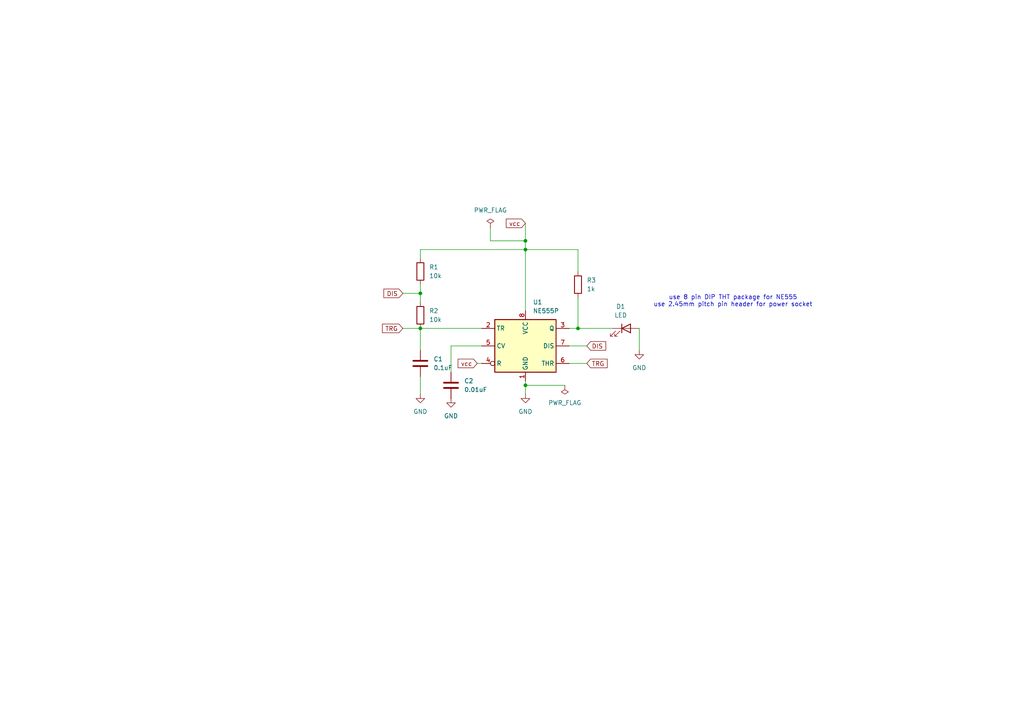
<source format=kicad_sch>
(kicad_sch
	(version 20250114)
	(generator "eeschema")
	(generator_version "9.0")
	(uuid "49b3170b-4cf4-4cc1-b3db-62d90e5d18bd")
	(paper "A4")
	(lib_symbols
		(symbol "Device:C"
			(pin_numbers
				(hide yes)
			)
			(pin_names
				(offset 0.254)
			)
			(exclude_from_sim no)
			(in_bom yes)
			(on_board yes)
			(property "Reference" "C"
				(at 0.635 2.54 0)
				(effects
					(font
						(size 1.27 1.27)
					)
					(justify left)
				)
			)
			(property "Value" "C"
				(at 0.635 -2.54 0)
				(effects
					(font
						(size 1.27 1.27)
					)
					(justify left)
				)
			)
			(property "Footprint" ""
				(at 0.9652 -3.81 0)
				(effects
					(font
						(size 1.27 1.27)
					)
					(hide yes)
				)
			)
			(property "Datasheet" "~"
				(at 0 0 0)
				(effects
					(font
						(size 1.27 1.27)
					)
					(hide yes)
				)
			)
			(property "Description" "Unpolarized capacitor"
				(at 0 0 0)
				(effects
					(font
						(size 1.27 1.27)
					)
					(hide yes)
				)
			)
			(property "ki_keywords" "cap capacitor"
				(at 0 0 0)
				(effects
					(font
						(size 1.27 1.27)
					)
					(hide yes)
				)
			)
			(property "ki_fp_filters" "C_*"
				(at 0 0 0)
				(effects
					(font
						(size 1.27 1.27)
					)
					(hide yes)
				)
			)
			(symbol "C_0_1"
				(polyline
					(pts
						(xy -2.032 0.762) (xy 2.032 0.762)
					)
					(stroke
						(width 0.508)
						(type default)
					)
					(fill
						(type none)
					)
				)
				(polyline
					(pts
						(xy -2.032 -0.762) (xy 2.032 -0.762)
					)
					(stroke
						(width 0.508)
						(type default)
					)
					(fill
						(type none)
					)
				)
			)
			(symbol "C_1_1"
				(pin passive line
					(at 0 3.81 270)
					(length 2.794)
					(name "~"
						(effects
							(font
								(size 1.27 1.27)
							)
						)
					)
					(number "1"
						(effects
							(font
								(size 1.27 1.27)
							)
						)
					)
				)
				(pin passive line
					(at 0 -3.81 90)
					(length 2.794)
					(name "~"
						(effects
							(font
								(size 1.27 1.27)
							)
						)
					)
					(number "2"
						(effects
							(font
								(size 1.27 1.27)
							)
						)
					)
				)
			)
			(embedded_fonts no)
		)
		(symbol "Device:LED"
			(pin_numbers
				(hide yes)
			)
			(pin_names
				(offset 1.016)
				(hide yes)
			)
			(exclude_from_sim no)
			(in_bom yes)
			(on_board yes)
			(property "Reference" "D"
				(at 0 2.54 0)
				(effects
					(font
						(size 1.27 1.27)
					)
				)
			)
			(property "Value" "LED"
				(at 0 -2.54 0)
				(effects
					(font
						(size 1.27 1.27)
					)
				)
			)
			(property "Footprint" ""
				(at 0 0 0)
				(effects
					(font
						(size 1.27 1.27)
					)
					(hide yes)
				)
			)
			(property "Datasheet" "~"
				(at 0 0 0)
				(effects
					(font
						(size 1.27 1.27)
					)
					(hide yes)
				)
			)
			(property "Description" "Light emitting diode"
				(at 0 0 0)
				(effects
					(font
						(size 1.27 1.27)
					)
					(hide yes)
				)
			)
			(property "Sim.Pins" "1=K 2=A"
				(at 0 0 0)
				(effects
					(font
						(size 1.27 1.27)
					)
					(hide yes)
				)
			)
			(property "ki_keywords" "LED diode"
				(at 0 0 0)
				(effects
					(font
						(size 1.27 1.27)
					)
					(hide yes)
				)
			)
			(property "ki_fp_filters" "LED* LED_SMD:* LED_THT:*"
				(at 0 0 0)
				(effects
					(font
						(size 1.27 1.27)
					)
					(hide yes)
				)
			)
			(symbol "LED_0_1"
				(polyline
					(pts
						(xy -3.048 -0.762) (xy -4.572 -2.286) (xy -3.81 -2.286) (xy -4.572 -2.286) (xy -4.572 -1.524)
					)
					(stroke
						(width 0)
						(type default)
					)
					(fill
						(type none)
					)
				)
				(polyline
					(pts
						(xy -1.778 -0.762) (xy -3.302 -2.286) (xy -2.54 -2.286) (xy -3.302 -2.286) (xy -3.302 -1.524)
					)
					(stroke
						(width 0)
						(type default)
					)
					(fill
						(type none)
					)
				)
				(polyline
					(pts
						(xy -1.27 0) (xy 1.27 0)
					)
					(stroke
						(width 0)
						(type default)
					)
					(fill
						(type none)
					)
				)
				(polyline
					(pts
						(xy -1.27 -1.27) (xy -1.27 1.27)
					)
					(stroke
						(width 0.254)
						(type default)
					)
					(fill
						(type none)
					)
				)
				(polyline
					(pts
						(xy 1.27 -1.27) (xy 1.27 1.27) (xy -1.27 0) (xy 1.27 -1.27)
					)
					(stroke
						(width 0.254)
						(type default)
					)
					(fill
						(type none)
					)
				)
			)
			(symbol "LED_1_1"
				(pin passive line
					(at -3.81 0 0)
					(length 2.54)
					(name "K"
						(effects
							(font
								(size 1.27 1.27)
							)
						)
					)
					(number "1"
						(effects
							(font
								(size 1.27 1.27)
							)
						)
					)
				)
				(pin passive line
					(at 3.81 0 180)
					(length 2.54)
					(name "A"
						(effects
							(font
								(size 1.27 1.27)
							)
						)
					)
					(number "2"
						(effects
							(font
								(size 1.27 1.27)
							)
						)
					)
				)
			)
			(embedded_fonts no)
		)
		(symbol "Device:R"
			(pin_numbers
				(hide yes)
			)
			(pin_names
				(offset 0)
			)
			(exclude_from_sim no)
			(in_bom yes)
			(on_board yes)
			(property "Reference" "R"
				(at 2.032 0 90)
				(effects
					(font
						(size 1.27 1.27)
					)
				)
			)
			(property "Value" "R"
				(at 0 0 90)
				(effects
					(font
						(size 1.27 1.27)
					)
				)
			)
			(property "Footprint" ""
				(at -1.778 0 90)
				(effects
					(font
						(size 1.27 1.27)
					)
					(hide yes)
				)
			)
			(property "Datasheet" "~"
				(at 0 0 0)
				(effects
					(font
						(size 1.27 1.27)
					)
					(hide yes)
				)
			)
			(property "Description" "Resistor"
				(at 0 0 0)
				(effects
					(font
						(size 1.27 1.27)
					)
					(hide yes)
				)
			)
			(property "ki_keywords" "R res resistor"
				(at 0 0 0)
				(effects
					(font
						(size 1.27 1.27)
					)
					(hide yes)
				)
			)
			(property "ki_fp_filters" "R_*"
				(at 0 0 0)
				(effects
					(font
						(size 1.27 1.27)
					)
					(hide yes)
				)
			)
			(symbol "R_0_1"
				(rectangle
					(start -1.016 -2.54)
					(end 1.016 2.54)
					(stroke
						(width 0.254)
						(type default)
					)
					(fill
						(type none)
					)
				)
			)
			(symbol "R_1_1"
				(pin passive line
					(at 0 3.81 270)
					(length 1.27)
					(name "~"
						(effects
							(font
								(size 1.27 1.27)
							)
						)
					)
					(number "1"
						(effects
							(font
								(size 1.27 1.27)
							)
						)
					)
				)
				(pin passive line
					(at 0 -3.81 90)
					(length 1.27)
					(name "~"
						(effects
							(font
								(size 1.27 1.27)
							)
						)
					)
					(number "2"
						(effects
							(font
								(size 1.27 1.27)
							)
						)
					)
				)
			)
			(embedded_fonts no)
		)
		(symbol "Timer:NE555P"
			(exclude_from_sim no)
			(in_bom yes)
			(on_board yes)
			(property "Reference" "U"
				(at -10.16 8.89 0)
				(effects
					(font
						(size 1.27 1.27)
					)
					(justify left)
				)
			)
			(property "Value" "NE555P"
				(at 2.54 8.89 0)
				(effects
					(font
						(size 1.27 1.27)
					)
					(justify left)
				)
			)
			(property "Footprint" "Package_DIP:DIP-8_W7.62mm"
				(at 16.51 -10.16 0)
				(effects
					(font
						(size 1.27 1.27)
					)
					(hide yes)
				)
			)
			(property "Datasheet" "http://www.ti.com/lit/ds/symlink/ne555.pdf"
				(at 21.59 -10.16 0)
				(effects
					(font
						(size 1.27 1.27)
					)
					(hide yes)
				)
			)
			(property "Description" "Precision Timers, 555 compatible,  PDIP-8"
				(at 0 0 0)
				(effects
					(font
						(size 1.27 1.27)
					)
					(hide yes)
				)
			)
			(property "ki_keywords" "single timer 555"
				(at 0 0 0)
				(effects
					(font
						(size 1.27 1.27)
					)
					(hide yes)
				)
			)
			(property "ki_fp_filters" "DIP*W7.62mm*"
				(at 0 0 0)
				(effects
					(font
						(size 1.27 1.27)
					)
					(hide yes)
				)
			)
			(symbol "NE555P_0_0"
				(pin power_in line
					(at 0 10.16 270)
					(length 2.54)
					(name "VCC"
						(effects
							(font
								(size 1.27 1.27)
							)
						)
					)
					(number "8"
						(effects
							(font
								(size 1.27 1.27)
							)
						)
					)
				)
				(pin power_in line
					(at 0 -10.16 90)
					(length 2.54)
					(name "GND"
						(effects
							(font
								(size 1.27 1.27)
							)
						)
					)
					(number "1"
						(effects
							(font
								(size 1.27 1.27)
							)
						)
					)
				)
			)
			(symbol "NE555P_0_1"
				(rectangle
					(start -8.89 -7.62)
					(end 8.89 7.62)
					(stroke
						(width 0.254)
						(type default)
					)
					(fill
						(type background)
					)
				)
				(rectangle
					(start -8.89 -7.62)
					(end 8.89 7.62)
					(stroke
						(width 0.254)
						(type default)
					)
					(fill
						(type background)
					)
				)
			)
			(symbol "NE555P_1_1"
				(pin input line
					(at -12.7 5.08 0)
					(length 3.81)
					(name "TR"
						(effects
							(font
								(size 1.27 1.27)
							)
						)
					)
					(number "2"
						(effects
							(font
								(size 1.27 1.27)
							)
						)
					)
				)
				(pin input line
					(at -12.7 0 0)
					(length 3.81)
					(name "CV"
						(effects
							(font
								(size 1.27 1.27)
							)
						)
					)
					(number "5"
						(effects
							(font
								(size 1.27 1.27)
							)
						)
					)
				)
				(pin input inverted
					(at -12.7 -5.08 0)
					(length 3.81)
					(name "R"
						(effects
							(font
								(size 1.27 1.27)
							)
						)
					)
					(number "4"
						(effects
							(font
								(size 1.27 1.27)
							)
						)
					)
				)
				(pin output line
					(at 12.7 5.08 180)
					(length 3.81)
					(name "Q"
						(effects
							(font
								(size 1.27 1.27)
							)
						)
					)
					(number "3"
						(effects
							(font
								(size 1.27 1.27)
							)
						)
					)
				)
				(pin input line
					(at 12.7 0 180)
					(length 3.81)
					(name "DIS"
						(effects
							(font
								(size 1.27 1.27)
							)
						)
					)
					(number "7"
						(effects
							(font
								(size 1.27 1.27)
							)
						)
					)
				)
				(pin input line
					(at 12.7 -5.08 180)
					(length 3.81)
					(name "THR"
						(effects
							(font
								(size 1.27 1.27)
							)
						)
					)
					(number "6"
						(effects
							(font
								(size 1.27 1.27)
							)
						)
					)
				)
			)
			(embedded_fonts no)
		)
		(symbol "power:GND"
			(power)
			(pin_numbers
				(hide yes)
			)
			(pin_names
				(offset 0)
				(hide yes)
			)
			(exclude_from_sim no)
			(in_bom yes)
			(on_board yes)
			(property "Reference" "#PWR"
				(at 0 -6.35 0)
				(effects
					(font
						(size 1.27 1.27)
					)
					(hide yes)
				)
			)
			(property "Value" "GND"
				(at 0 -3.81 0)
				(effects
					(font
						(size 1.27 1.27)
					)
				)
			)
			(property "Footprint" ""
				(at 0 0 0)
				(effects
					(font
						(size 1.27 1.27)
					)
					(hide yes)
				)
			)
			(property "Datasheet" ""
				(at 0 0 0)
				(effects
					(font
						(size 1.27 1.27)
					)
					(hide yes)
				)
			)
			(property "Description" "Power symbol creates a global label with name \"GND\" , ground"
				(at 0 0 0)
				(effects
					(font
						(size 1.27 1.27)
					)
					(hide yes)
				)
			)
			(property "ki_keywords" "global power"
				(at 0 0 0)
				(effects
					(font
						(size 1.27 1.27)
					)
					(hide yes)
				)
			)
			(symbol "GND_0_1"
				(polyline
					(pts
						(xy 0 0) (xy 0 -1.27) (xy 1.27 -1.27) (xy 0 -2.54) (xy -1.27 -1.27) (xy 0 -1.27)
					)
					(stroke
						(width 0)
						(type default)
					)
					(fill
						(type none)
					)
				)
			)
			(symbol "GND_1_1"
				(pin power_in line
					(at 0 0 270)
					(length 0)
					(name "~"
						(effects
							(font
								(size 1.27 1.27)
							)
						)
					)
					(number "1"
						(effects
							(font
								(size 1.27 1.27)
							)
						)
					)
				)
			)
			(embedded_fonts no)
		)
		(symbol "power:PWR_FLAG"
			(power)
			(pin_numbers
				(hide yes)
			)
			(pin_names
				(offset 0)
				(hide yes)
			)
			(exclude_from_sim no)
			(in_bom yes)
			(on_board yes)
			(property "Reference" "#FLG"
				(at 0 1.905 0)
				(effects
					(font
						(size 1.27 1.27)
					)
					(hide yes)
				)
			)
			(property "Value" "PWR_FLAG"
				(at 0 3.81 0)
				(effects
					(font
						(size 1.27 1.27)
					)
				)
			)
			(property "Footprint" ""
				(at 0 0 0)
				(effects
					(font
						(size 1.27 1.27)
					)
					(hide yes)
				)
			)
			(property "Datasheet" "~"
				(at 0 0 0)
				(effects
					(font
						(size 1.27 1.27)
					)
					(hide yes)
				)
			)
			(property "Description" "Special symbol for telling ERC where power comes from"
				(at 0 0 0)
				(effects
					(font
						(size 1.27 1.27)
					)
					(hide yes)
				)
			)
			(property "ki_keywords" "flag power"
				(at 0 0 0)
				(effects
					(font
						(size 1.27 1.27)
					)
					(hide yes)
				)
			)
			(symbol "PWR_FLAG_0_0"
				(pin power_out line
					(at 0 0 90)
					(length 0)
					(name "~"
						(effects
							(font
								(size 1.27 1.27)
							)
						)
					)
					(number "1"
						(effects
							(font
								(size 1.27 1.27)
							)
						)
					)
				)
			)
			(symbol "PWR_FLAG_0_1"
				(polyline
					(pts
						(xy 0 0) (xy 0 1.27) (xy -1.016 1.905) (xy 0 2.54) (xy 1.016 1.905) (xy 0 1.27)
					)
					(stroke
						(width 0)
						(type default)
					)
					(fill
						(type none)
					)
				)
			)
			(embedded_fonts no)
		)
	)
	(text "use 8 pin DIP THT package for NE555\nuse 2.45mm pitch pin header for power socket"
		(exclude_from_sim no)
		(at 212.598 87.376 0)
		(effects
			(font
				(size 1.27 1.27)
			)
		)
		(uuid "09c47f96-ee0f-4dc0-a7f8-a47e6bfcb5ca")
	)
	(junction
		(at 121.92 85.09)
		(diameter 0)
		(color 0 0 0 0)
		(uuid "1f9d06a3-d324-4121-b771-5e047d005ccd")
	)
	(junction
		(at 167.64 95.25)
		(diameter 0)
		(color 0 0 0 0)
		(uuid "5c8a49a7-2375-4ca9-a765-df4e9d5bdb59")
	)
	(junction
		(at 121.92 95.25)
		(diameter 0)
		(color 0 0 0 0)
		(uuid "7eeb9206-bd3d-4399-83d6-5e1be7e92aee")
	)
	(junction
		(at 152.4 111.76)
		(diameter 0)
		(color 0 0 0 0)
		(uuid "8c17c9e7-d562-4b48-accc-d7a346d82fac")
	)
	(junction
		(at 152.4 72.39)
		(diameter 0)
		(color 0 0 0 0)
		(uuid "afb97ed9-8042-4a2d-aa3b-bd09ea4e69db")
	)
	(junction
		(at 152.4 69.85)
		(diameter 0)
		(color 0 0 0 0)
		(uuid "dcf09ef9-0ecc-44a1-ab4b-f41d953adb29")
	)
	(wire
		(pts
			(xy 116.84 85.09) (xy 121.92 85.09)
		)
		(stroke
			(width 0)
			(type default)
		)
		(uuid "01a3aacc-469b-457a-8249-e52b53ba946c")
	)
	(wire
		(pts
			(xy 167.64 72.39) (xy 167.64 78.74)
		)
		(stroke
			(width 0)
			(type default)
		)
		(uuid "075fc262-eb37-4256-967e-d96a6d54371e")
	)
	(wire
		(pts
			(xy 152.4 69.85) (xy 152.4 72.39)
		)
		(stroke
			(width 0)
			(type default)
		)
		(uuid "102159f6-cefb-4494-8e05-d37cdffd01ff")
	)
	(wire
		(pts
			(xy 167.64 95.25) (xy 177.8 95.25)
		)
		(stroke
			(width 0)
			(type default)
		)
		(uuid "1118182c-8379-4a85-b17f-c70f10e5546f")
	)
	(wire
		(pts
			(xy 139.7 105.41) (xy 138.43 105.41)
		)
		(stroke
			(width 0)
			(type default)
		)
		(uuid "14874e7b-1acf-42ac-a98f-001215d13af0")
	)
	(wire
		(pts
			(xy 121.92 87.63) (xy 121.92 85.09)
		)
		(stroke
			(width 0)
			(type default)
		)
		(uuid "164aebc5-558d-423e-9a34-3eda4288b3e5")
	)
	(wire
		(pts
			(xy 152.4 72.39) (xy 167.64 72.39)
		)
		(stroke
			(width 0)
			(type default)
		)
		(uuid "1ea8a6dd-103f-4ea8-a01f-9266a19f4bf1")
	)
	(wire
		(pts
			(xy 152.4 111.76) (xy 152.4 114.3)
		)
		(stroke
			(width 0)
			(type default)
		)
		(uuid "2cdd026e-95c9-4e68-8c8a-288f3bf2e3c0")
	)
	(wire
		(pts
			(xy 121.92 85.09) (xy 121.92 82.55)
		)
		(stroke
			(width 0)
			(type default)
		)
		(uuid "30ce1400-670e-4b30-a6fd-06ea92eedbfe")
	)
	(wire
		(pts
			(xy 165.1 100.33) (xy 170.18 100.33)
		)
		(stroke
			(width 0)
			(type default)
		)
		(uuid "35478cb8-dfd4-4775-940e-9fb7482ea828")
	)
	(wire
		(pts
			(xy 121.92 72.39) (xy 121.92 74.93)
		)
		(stroke
			(width 0)
			(type default)
		)
		(uuid "35736d79-0706-4c67-867c-30bd67eaa514")
	)
	(wire
		(pts
			(xy 121.92 95.25) (xy 121.92 101.6)
		)
		(stroke
			(width 0)
			(type default)
		)
		(uuid "469d1cce-13fe-435b-bb79-e4f891b08968")
	)
	(wire
		(pts
			(xy 121.92 72.39) (xy 152.4 72.39)
		)
		(stroke
			(width 0)
			(type default)
		)
		(uuid "4a575233-3d2c-4bd5-8902-37f90799768a")
	)
	(wire
		(pts
			(xy 152.4 69.85) (xy 142.24 69.85)
		)
		(stroke
			(width 0)
			(type default)
		)
		(uuid "59f30f61-1ea6-48f6-b81d-e8931b7f9920")
	)
	(wire
		(pts
			(xy 142.24 69.85) (xy 142.24 66.04)
		)
		(stroke
			(width 0)
			(type default)
		)
		(uuid "5d209bc8-8694-4185-8955-9d9f3b1b486c")
	)
	(wire
		(pts
			(xy 152.4 64.77) (xy 152.4 69.85)
		)
		(stroke
			(width 0)
			(type default)
		)
		(uuid "668e31a8-4f62-41a7-ac0d-fa412cf641bd")
	)
	(wire
		(pts
			(xy 121.92 109.22) (xy 121.92 114.3)
		)
		(stroke
			(width 0)
			(type default)
		)
		(uuid "696b6254-d5ce-4dae-bbae-127e02382047")
	)
	(wire
		(pts
			(xy 165.1 95.25) (xy 167.64 95.25)
		)
		(stroke
			(width 0)
			(type default)
		)
		(uuid "72659742-f55c-4718-a2c5-78b8bd5660f0")
	)
	(wire
		(pts
			(xy 130.81 100.33) (xy 139.7 100.33)
		)
		(stroke
			(width 0)
			(type default)
		)
		(uuid "78f2251c-a4c0-4734-850f-b244a04dd829")
	)
	(wire
		(pts
			(xy 152.4 110.49) (xy 152.4 111.76)
		)
		(stroke
			(width 0)
			(type default)
		)
		(uuid "7ea5aa74-9da3-4c44-9c4d-a2085cd5a416")
	)
	(wire
		(pts
			(xy 116.84 95.25) (xy 121.92 95.25)
		)
		(stroke
			(width 0)
			(type default)
		)
		(uuid "8a6f0e95-62c9-441e-b2d7-d7a7ba507d9d")
	)
	(wire
		(pts
			(xy 163.83 111.76) (xy 152.4 111.76)
		)
		(stroke
			(width 0)
			(type default)
		)
		(uuid "8ed60433-f995-4a8c-adc3-947d5d817870")
	)
	(wire
		(pts
			(xy 130.81 107.95) (xy 130.81 100.33)
		)
		(stroke
			(width 0)
			(type default)
		)
		(uuid "a16be550-a369-48cd-894c-c462a73bb1dd")
	)
	(wire
		(pts
			(xy 170.18 105.41) (xy 165.1 105.41)
		)
		(stroke
			(width 0)
			(type default)
		)
		(uuid "a66bb0c2-738a-49ad-b5c9-8407eba82700")
	)
	(wire
		(pts
			(xy 152.4 72.39) (xy 152.4 90.17)
		)
		(stroke
			(width 0)
			(type default)
		)
		(uuid "c492765a-8c41-4ea2-9642-de3bbd351c8b")
	)
	(wire
		(pts
			(xy 121.92 95.25) (xy 139.7 95.25)
		)
		(stroke
			(width 0)
			(type default)
		)
		(uuid "de212c98-4132-470a-8679-cb5af3549394")
	)
	(wire
		(pts
			(xy 185.42 95.25) (xy 185.42 101.6)
		)
		(stroke
			(width 0)
			(type default)
		)
		(uuid "eaf31484-1c2f-4b6d-a664-d3cf366771bd")
	)
	(wire
		(pts
			(xy 167.64 86.36) (xy 167.64 95.25)
		)
		(stroke
			(width 0)
			(type default)
		)
		(uuid "f934e085-b824-4eec-b105-c38a6e4907a3")
	)
	(global_label "TRG"
		(shape input)
		(at 170.18 105.41 0)
		(fields_autoplaced yes)
		(effects
			(font
				(size 1.27 1.27)
			)
			(justify left)
		)
		(uuid "1617daf3-e25a-4903-922a-ec058c3d05e5")
		(property "Intersheetrefs" "${INTERSHEET_REFS}"
			(at 176.6728 105.41 0)
			(effects
				(font
					(size 1.27 1.27)
				)
				(justify left)
				(hide yes)
			)
		)
	)
	(global_label "vcc"
		(shape input)
		(at 152.4 64.77 180)
		(fields_autoplaced yes)
		(effects
			(font
				(size 1.27 1.27)
			)
			(justify right)
		)
		(uuid "4498d874-44b0-4c66-8958-7c8f0f145211")
		(property "Intersheetrefs" "${INTERSHEET_REFS}"
			(at 146.27 64.77 0)
			(effects
				(font
					(size 1.27 1.27)
				)
				(justify right)
				(hide yes)
			)
		)
	)
	(global_label "vcc"
		(shape input)
		(at 138.43 105.41 180)
		(fields_autoplaced yes)
		(effects
			(font
				(size 1.27 1.27)
			)
			(justify right)
		)
		(uuid "46e2669b-a67f-4b8a-a836-27653b5aeb94")
		(property "Intersheetrefs" "${INTERSHEET_REFS}"
			(at 132.3 105.41 0)
			(effects
				(font
					(size 1.27 1.27)
				)
				(justify right)
				(hide yes)
			)
		)
	)
	(global_label "TRG"
		(shape input)
		(at 116.84 95.25 180)
		(fields_autoplaced yes)
		(effects
			(font
				(size 1.27 1.27)
			)
			(justify right)
		)
		(uuid "7e6becd3-0148-47ad-9b94-6ce9e0262eef")
		(property "Intersheetrefs" "${INTERSHEET_REFS}"
			(at 110.3472 95.25 0)
			(effects
				(font
					(size 1.27 1.27)
				)
				(justify right)
				(hide yes)
			)
		)
	)
	(global_label "DIS"
		(shape input)
		(at 170.18 100.33 0)
		(fields_autoplaced yes)
		(effects
			(font
				(size 1.27 1.27)
			)
			(justify left)
		)
		(uuid "9a4341b7-6d52-41ec-b8be-6ed3c83016b4")
		(property "Intersheetrefs" "${INTERSHEET_REFS}"
			(at 176.2495 100.33 0)
			(effects
				(font
					(size 1.27 1.27)
				)
				(justify left)
				(hide yes)
			)
		)
	)
	(global_label "DIS"
		(shape input)
		(at 116.84 85.09 180)
		(fields_autoplaced yes)
		(effects
			(font
				(size 1.27 1.27)
			)
			(justify right)
		)
		(uuid "9b593d01-73dd-4365-a3da-e7b1d951996e")
		(property "Intersheetrefs" "${INTERSHEET_REFS}"
			(at 110.7705 85.09 0)
			(effects
				(font
					(size 1.27 1.27)
				)
				(justify right)
				(hide yes)
			)
		)
	)
	(symbol
		(lib_id "power:PWR_FLAG")
		(at 163.83 111.76 180)
		(unit 1)
		(exclude_from_sim no)
		(in_bom yes)
		(on_board yes)
		(dnp no)
		(uuid "12a682c7-2b54-429b-99be-7fe229623fa5")
		(property "Reference" "#FLG02"
			(at 163.83 113.665 0)
			(effects
				(font
					(size 1.27 1.27)
				)
				(hide yes)
			)
		)
		(property "Value" "PWR_FLAG"
			(at 163.83 116.84 0)
			(effects
				(font
					(size 1.27 1.27)
				)
			)
		)
		(property "Footprint" ""
			(at 163.83 111.76 0)
			(effects
				(font
					(size 1.27 1.27)
				)
				(hide yes)
			)
		)
		(property "Datasheet" "~"
			(at 163.83 111.76 0)
			(effects
				(font
					(size 1.27 1.27)
				)
				(hide yes)
			)
		)
		(property "Description" "Special symbol for telling ERC where power comes from"
			(at 163.83 111.76 0)
			(effects
				(font
					(size 1.27 1.27)
				)
				(hide yes)
			)
		)
		(pin "1"
			(uuid "a9892840-59fe-4db5-93f8-876fb96a97fe")
		)
		(instances
			(project "555_timerSMD"
				(path "/c3f3ce9b-d8c8-4965-a2ea-73ad9ddae288/0a74e3da-91bc-42f0-aa4f-331abd9aab3a"
					(reference "#FLG02")
					(unit 1)
				)
			)
		)
	)
	(symbol
		(lib_id "power:GND")
		(at 130.81 115.57 0)
		(unit 1)
		(exclude_from_sim no)
		(in_bom yes)
		(on_board yes)
		(dnp no)
		(fields_autoplaced yes)
		(uuid "332c8e58-e99c-43bd-8fcf-71f3deb1a1a6")
		(property "Reference" "#PWR05"
			(at 130.81 121.92 0)
			(effects
				(font
					(size 1.27 1.27)
				)
				(hide yes)
			)
		)
		(property "Value" "GND"
			(at 130.81 120.65 0)
			(effects
				(font
					(size 1.27 1.27)
				)
			)
		)
		(property "Footprint" ""
			(at 130.81 115.57 0)
			(effects
				(font
					(size 1.27 1.27)
				)
				(hide yes)
			)
		)
		(property "Datasheet" ""
			(at 130.81 115.57 0)
			(effects
				(font
					(size 1.27 1.27)
				)
				(hide yes)
			)
		)
		(property "Description" "Power symbol creates a global label with name \"GND\" , ground"
			(at 130.81 115.57 0)
			(effects
				(font
					(size 1.27 1.27)
				)
				(hide yes)
			)
		)
		(pin "1"
			(uuid "0473a982-525f-4fcc-ac3b-53209777ef72")
		)
		(instances
			(project "555_timerSMD"
				(path "/c3f3ce9b-d8c8-4965-a2ea-73ad9ddae288/0a74e3da-91bc-42f0-aa4f-331abd9aab3a"
					(reference "#PWR05")
					(unit 1)
				)
			)
		)
	)
	(symbol
		(lib_id "power:PWR_FLAG")
		(at 142.24 66.04 0)
		(mirror y)
		(unit 1)
		(exclude_from_sim no)
		(in_bom yes)
		(on_board yes)
		(dnp no)
		(uuid "504ac04d-af93-4be0-8c7e-5a54e5e78cc2")
		(property "Reference" "#FLG01"
			(at 142.24 64.135 0)
			(effects
				(font
					(size 1.27 1.27)
				)
				(hide yes)
			)
		)
		(property "Value" "PWR_FLAG"
			(at 142.24 60.96 0)
			(effects
				(font
					(size 1.27 1.27)
				)
			)
		)
		(property "Footprint" ""
			(at 142.24 66.04 0)
			(effects
				(font
					(size 1.27 1.27)
				)
				(hide yes)
			)
		)
		(property "Datasheet" "~"
			(at 142.24 66.04 0)
			(effects
				(font
					(size 1.27 1.27)
				)
				(hide yes)
			)
		)
		(property "Description" "Special symbol for telling ERC where power comes from"
			(at 142.24 66.04 0)
			(effects
				(font
					(size 1.27 1.27)
				)
				(hide yes)
			)
		)
		(pin "1"
			(uuid "1710af8e-6e5f-480d-85ac-dbfca40f2247")
		)
		(instances
			(project "555_timerSMD"
				(path "/c3f3ce9b-d8c8-4965-a2ea-73ad9ddae288/0a74e3da-91bc-42f0-aa4f-331abd9aab3a"
					(reference "#FLG01")
					(unit 1)
				)
			)
		)
	)
	(symbol
		(lib_id "power:GND")
		(at 185.42 101.6 0)
		(unit 1)
		(exclude_from_sim no)
		(in_bom yes)
		(on_board yes)
		(dnp no)
		(fields_autoplaced yes)
		(uuid "544b392b-3e5f-4e32-a463-242c46d8e794")
		(property "Reference" "#PWR02"
			(at 185.42 107.95 0)
			(effects
				(font
					(size 1.27 1.27)
				)
				(hide yes)
			)
		)
		(property "Value" "GND"
			(at 185.42 106.68 0)
			(effects
				(font
					(size 1.27 1.27)
				)
			)
		)
		(property "Footprint" ""
			(at 185.42 101.6 0)
			(effects
				(font
					(size 1.27 1.27)
				)
				(hide yes)
			)
		)
		(property "Datasheet" ""
			(at 185.42 101.6 0)
			(effects
				(font
					(size 1.27 1.27)
				)
				(hide yes)
			)
		)
		(property "Description" "Power symbol creates a global label with name \"GND\" , ground"
			(at 185.42 101.6 0)
			(effects
				(font
					(size 1.27 1.27)
				)
				(hide yes)
			)
		)
		(pin "1"
			(uuid "9531aa22-59ab-4d0a-b353-0de79464a452")
		)
		(instances
			(project "555_timerSMD"
				(path "/c3f3ce9b-d8c8-4965-a2ea-73ad9ddae288/0a74e3da-91bc-42f0-aa4f-331abd9aab3a"
					(reference "#PWR02")
					(unit 1)
				)
			)
		)
	)
	(symbol
		(lib_id "power:GND")
		(at 121.92 114.3 0)
		(unit 1)
		(exclude_from_sim no)
		(in_bom yes)
		(on_board yes)
		(dnp no)
		(fields_autoplaced yes)
		(uuid "62ac37bd-83d2-4a88-b125-04c474bc8637")
		(property "Reference" "#PWR04"
			(at 121.92 120.65 0)
			(effects
				(font
					(size 1.27 1.27)
				)
				(hide yes)
			)
		)
		(property "Value" "GND"
			(at 121.92 119.38 0)
			(effects
				(font
					(size 1.27 1.27)
				)
			)
		)
		(property "Footprint" ""
			(at 121.92 114.3 0)
			(effects
				(font
					(size 1.27 1.27)
				)
				(hide yes)
			)
		)
		(property "Datasheet" ""
			(at 121.92 114.3 0)
			(effects
				(font
					(size 1.27 1.27)
				)
				(hide yes)
			)
		)
		(property "Description" "Power symbol creates a global label with name \"GND\" , ground"
			(at 121.92 114.3 0)
			(effects
				(font
					(size 1.27 1.27)
				)
				(hide yes)
			)
		)
		(pin "1"
			(uuid "819008bf-880e-47f4-80e5-e2e68bbee20a")
		)
		(instances
			(project "555_timerSMD"
				(path "/c3f3ce9b-d8c8-4965-a2ea-73ad9ddae288/0a74e3da-91bc-42f0-aa4f-331abd9aab3a"
					(reference "#PWR04")
					(unit 1)
				)
			)
		)
	)
	(symbol
		(lib_id "Timer:NE555P")
		(at 152.4 100.33 0)
		(unit 1)
		(exclude_from_sim no)
		(in_bom yes)
		(on_board yes)
		(dnp no)
		(fields_autoplaced yes)
		(uuid "66d7e3b2-df9f-44f1-bc24-a6767dbfb96f")
		(property "Reference" "U1"
			(at 154.5433 87.63 0)
			(effects
				(font
					(size 1.27 1.27)
				)
				(justify left)
			)
		)
		(property "Value" "NE555P"
			(at 154.5433 90.17 0)
			(effects
				(font
					(size 1.27 1.27)
				)
				(justify left)
			)
		)
		(property "Footprint" "Package_SO:SOP-8_3.9x4.9mm_P1.27mm"
			(at 168.91 110.49 0)
			(effects
				(font
					(size 1.27 1.27)
				)
				(hide yes)
			)
		)
		(property "Datasheet" "http://www.ti.com/lit/ds/symlink/ne555.pdf"
			(at 173.99 110.49 0)
			(effects
				(font
					(size 1.27 1.27)
				)
				(hide yes)
			)
		)
		(property "Description" "Precision Timers, 555 compatible,  PDIP-8"
			(at 152.4 100.33 0)
			(effects
				(font
					(size 1.27 1.27)
				)
				(hide yes)
			)
		)
		(pin "8"
			(uuid "c42d9d1d-85ec-4dba-9267-7d608961311e")
		)
		(pin "7"
			(uuid "11ccc746-a6c9-452c-86aa-40115fb37859")
		)
		(pin "2"
			(uuid "f8b6cef0-864e-424a-9765-2258703ab096")
		)
		(pin "5"
			(uuid "3f29b3be-f327-4489-a119-762ec9d8fae6")
		)
		(pin "4"
			(uuid "cb2e69c0-db4e-4e62-92f1-b6ec618dd924")
		)
		(pin "6"
			(uuid "0cd3ae97-887e-4f3c-8e6f-981bc3139ddb")
		)
		(pin "3"
			(uuid "db15ef15-f55e-4d31-b0ce-d2a6b7fc8140")
		)
		(pin "1"
			(uuid "c54470b4-b93c-4605-9519-674892d4cd3e")
		)
		(instances
			(project "555_timerSMD"
				(path "/c3f3ce9b-d8c8-4965-a2ea-73ad9ddae288/0a74e3da-91bc-42f0-aa4f-331abd9aab3a"
					(reference "U1")
					(unit 1)
				)
			)
		)
	)
	(symbol
		(lib_id "Device:R")
		(at 167.64 82.55 0)
		(unit 1)
		(exclude_from_sim no)
		(in_bom yes)
		(on_board yes)
		(dnp no)
		(fields_autoplaced yes)
		(uuid "78eda0d5-5345-43fe-b315-e8fd63d31501")
		(property "Reference" "R3"
			(at 170.18 81.2799 0)
			(effects
				(font
					(size 1.27 1.27)
				)
				(justify left)
			)
		)
		(property "Value" "1k"
			(at 170.18 83.8199 0)
			(effects
				(font
					(size 1.27 1.27)
				)
				(justify left)
			)
		)
		(property "Footprint" "Resistor_SMD:R_0603_1608Metric"
			(at 165.862 82.55 90)
			(effects
				(font
					(size 1.27 1.27)
				)
				(hide yes)
			)
		)
		(property "Datasheet" "~"
			(at 167.64 82.55 0)
			(effects
				(font
					(size 1.27 1.27)
				)
				(hide yes)
			)
		)
		(property "Description" "Resistor"
			(at 167.64 82.55 0)
			(effects
				(font
					(size 1.27 1.27)
				)
				(hide yes)
			)
		)
		(pin "1"
			(uuid "32e6e9f4-1420-4941-9303-809faaa397fb")
		)
		(pin "2"
			(uuid "35c884a3-5b34-4b95-a079-4c7d71fc4eb6")
		)
		(instances
			(project "555_timerSMD"
				(path "/c3f3ce9b-d8c8-4965-a2ea-73ad9ddae288/0a74e3da-91bc-42f0-aa4f-331abd9aab3a"
					(reference "R3")
					(unit 1)
				)
			)
		)
	)
	(symbol
		(lib_id "Device:LED")
		(at 181.61 95.25 0)
		(unit 1)
		(exclude_from_sim no)
		(in_bom yes)
		(on_board yes)
		(dnp no)
		(fields_autoplaced yes)
		(uuid "8b0a6778-3b34-49b5-88cb-17dfe1a61454")
		(property "Reference" "D1"
			(at 180.0225 88.9 0)
			(effects
				(font
					(size 1.27 1.27)
				)
			)
		)
		(property "Value" "LED"
			(at 180.0225 91.44 0)
			(effects
				(font
					(size 1.27 1.27)
				)
			)
		)
		(property "Footprint" "LED_THT:LED_D3.0mm"
			(at 181.61 95.25 0)
			(effects
				(font
					(size 1.27 1.27)
				)
				(hide yes)
			)
		)
		(property "Datasheet" "~"
			(at 181.61 95.25 0)
			(effects
				(font
					(size 1.27 1.27)
				)
				(hide yes)
			)
		)
		(property "Description" "Light emitting diode"
			(at 181.61 95.25 0)
			(effects
				(font
					(size 1.27 1.27)
				)
				(hide yes)
			)
		)
		(property "Sim.Pins" "1=K 2=A"
			(at 181.61 95.25 0)
			(effects
				(font
					(size 1.27 1.27)
				)
				(hide yes)
			)
		)
		(pin "1"
			(uuid "9cba1981-ef84-4e39-b0ad-17ee3637eda2")
		)
		(pin "2"
			(uuid "618ea30c-e311-4f7b-9ade-b9fec8280056")
		)
		(instances
			(project "555_timerSMD"
				(path "/c3f3ce9b-d8c8-4965-a2ea-73ad9ddae288/0a74e3da-91bc-42f0-aa4f-331abd9aab3a"
					(reference "D1")
					(unit 1)
				)
			)
		)
	)
	(symbol
		(lib_id "power:GND")
		(at 152.4 114.3 0)
		(unit 1)
		(exclude_from_sim no)
		(in_bom yes)
		(on_board yes)
		(dnp no)
		(fields_autoplaced yes)
		(uuid "9b0c3f9c-c185-49ff-9004-5ed374ec74c0")
		(property "Reference" "#PWR03"
			(at 152.4 120.65 0)
			(effects
				(font
					(size 1.27 1.27)
				)
				(hide yes)
			)
		)
		(property "Value" "GND"
			(at 152.4 119.38 0)
			(effects
				(font
					(size 1.27 1.27)
				)
			)
		)
		(property "Footprint" ""
			(at 152.4 114.3 0)
			(effects
				(font
					(size 1.27 1.27)
				)
				(hide yes)
			)
		)
		(property "Datasheet" ""
			(at 152.4 114.3 0)
			(effects
				(font
					(size 1.27 1.27)
				)
				(hide yes)
			)
		)
		(property "Description" "Power symbol creates a global label with name \"GND\" , ground"
			(at 152.4 114.3 0)
			(effects
				(font
					(size 1.27 1.27)
				)
				(hide yes)
			)
		)
		(pin "1"
			(uuid "15615d96-7f99-44e6-b6e2-8860e15678b3")
		)
		(instances
			(project "555_timerSMD"
				(path "/c3f3ce9b-d8c8-4965-a2ea-73ad9ddae288/0a74e3da-91bc-42f0-aa4f-331abd9aab3a"
					(reference "#PWR03")
					(unit 1)
				)
			)
		)
	)
	(symbol
		(lib_id "Device:C")
		(at 121.92 105.41 0)
		(unit 1)
		(exclude_from_sim no)
		(in_bom yes)
		(on_board yes)
		(dnp no)
		(fields_autoplaced yes)
		(uuid "b10e39a9-59c0-479e-8d24-71f645cd444f")
		(property "Reference" "C1"
			(at 125.73 104.1399 0)
			(effects
				(font
					(size 1.27 1.27)
				)
				(justify left)
			)
		)
		(property "Value" "0.1uF"
			(at 125.73 106.6799 0)
			(effects
				(font
					(size 1.27 1.27)
				)
				(justify left)
			)
		)
		(property "Footprint" "Capacitor_SMD:C_0603_1608Metric"
			(at 122.8852 109.22 0)
			(effects
				(font
					(size 1.27 1.27)
				)
				(hide yes)
			)
		)
		(property "Datasheet" "~"
			(at 121.92 105.41 0)
			(effects
				(font
					(size 1.27 1.27)
				)
				(hide yes)
			)
		)
		(property "Description" "Unpolarized capacitor"
			(at 121.92 105.41 0)
			(effects
				(font
					(size 1.27 1.27)
				)
				(hide yes)
			)
		)
		(pin "1"
			(uuid "52ecc045-005e-4f7f-ad4c-39b4b6973317")
		)
		(pin "2"
			(uuid "0576cfce-8d1b-4f27-8537-c6cf7d1016c5")
		)
		(instances
			(project "555_timerSMD"
				(path "/c3f3ce9b-d8c8-4965-a2ea-73ad9ddae288/0a74e3da-91bc-42f0-aa4f-331abd9aab3a"
					(reference "C1")
					(unit 1)
				)
			)
		)
	)
	(symbol
		(lib_id "Device:R")
		(at 121.92 78.74 0)
		(unit 1)
		(exclude_from_sim no)
		(in_bom yes)
		(on_board yes)
		(dnp no)
		(fields_autoplaced yes)
		(uuid "c80f95a5-063b-42f3-bd86-89b2d6bfb303")
		(property "Reference" "R1"
			(at 124.46 77.4699 0)
			(effects
				(font
					(size 1.27 1.27)
				)
				(justify left)
			)
		)
		(property "Value" "10k"
			(at 124.46 80.0099 0)
			(effects
				(font
					(size 1.27 1.27)
				)
				(justify left)
			)
		)
		(property "Footprint" "Resistor_SMD:R_0603_1608Metric"
			(at 120.142 78.74 90)
			(effects
				(font
					(size 1.27 1.27)
				)
				(hide yes)
			)
		)
		(property "Datasheet" "~"
			(at 121.92 78.74 0)
			(effects
				(font
					(size 1.27 1.27)
				)
				(hide yes)
			)
		)
		(property "Description" "Resistor"
			(at 121.92 78.74 0)
			(effects
				(font
					(size 1.27 1.27)
				)
				(hide yes)
			)
		)
		(pin "1"
			(uuid "09df5ce3-d5cc-4b9c-b2c8-0a4832a98c2a")
		)
		(pin "2"
			(uuid "c38ad3e9-13cc-4fd9-b8d4-d6aa8c57265c")
		)
		(instances
			(project "555_timerSMD"
				(path "/c3f3ce9b-d8c8-4965-a2ea-73ad9ddae288/0a74e3da-91bc-42f0-aa4f-331abd9aab3a"
					(reference "R1")
					(unit 1)
				)
			)
		)
	)
	(symbol
		(lib_id "Device:C")
		(at 130.81 111.76 0)
		(unit 1)
		(exclude_from_sim no)
		(in_bom yes)
		(on_board yes)
		(dnp no)
		(fields_autoplaced yes)
		(uuid "d4c9d396-2015-47c2-816d-86e3e3e18b2c")
		(property "Reference" "C2"
			(at 134.62 110.4899 0)
			(effects
				(font
					(size 1.27 1.27)
				)
				(justify left)
			)
		)
		(property "Value" "0.01uF"
			(at 134.62 113.0299 0)
			(effects
				(font
					(size 1.27 1.27)
				)
				(justify left)
			)
		)
		(property "Footprint" "Capacitor_SMD:C_0603_1608Metric"
			(at 131.7752 115.57 0)
			(effects
				(font
					(size 1.27 1.27)
				)
				(hide yes)
			)
		)
		(property "Datasheet" "~"
			(at 130.81 111.76 0)
			(effects
				(font
					(size 1.27 1.27)
				)
				(hide yes)
			)
		)
		(property "Description" "Unpolarized capacitor"
			(at 130.81 111.76 0)
			(effects
				(font
					(size 1.27 1.27)
				)
				(hide yes)
			)
		)
		(pin "1"
			(uuid "b89ba7f3-efcc-4671-993d-9d8c6be3d7e4")
		)
		(pin "2"
			(uuid "9a40b5f5-b407-417a-989e-5edbd7bb7649")
		)
		(instances
			(project "555_timerSMD"
				(path "/c3f3ce9b-d8c8-4965-a2ea-73ad9ddae288/0a74e3da-91bc-42f0-aa4f-331abd9aab3a"
					(reference "C2")
					(unit 1)
				)
			)
		)
	)
	(symbol
		(lib_id "Device:R")
		(at 121.92 91.44 0)
		(unit 1)
		(exclude_from_sim no)
		(in_bom yes)
		(on_board yes)
		(dnp no)
		(fields_autoplaced yes)
		(uuid "fd1619d4-88ed-46e5-9f5e-a5401b81839a")
		(property "Reference" "R2"
			(at 124.46 90.1699 0)
			(effects
				(font
					(size 1.27 1.27)
				)
				(justify left)
			)
		)
		(property "Value" "10k"
			(at 124.46 92.7099 0)
			(effects
				(font
					(size 1.27 1.27)
				)
				(justify left)
			)
		)
		(property "Footprint" "Resistor_SMD:R_0603_1608Metric"
			(at 120.142 91.44 90)
			(effects
				(font
					(size 1.27 1.27)
				)
				(hide yes)
			)
		)
		(property "Datasheet" "~"
			(at 121.92 91.44 0)
			(effects
				(font
					(size 1.27 1.27)
				)
				(hide yes)
			)
		)
		(property "Description" "Resistor"
			(at 121.92 91.44 0)
			(effects
				(font
					(size 1.27 1.27)
				)
				(hide yes)
			)
		)
		(pin "2"
			(uuid "685b3b47-587b-4f22-9c9c-8ee420ad8ad1")
		)
		(pin "1"
			(uuid "ebb3abe9-4397-4557-ad03-e0295472e619")
		)
		(instances
			(project "555_timerSMD"
				(path "/c3f3ce9b-d8c8-4965-a2ea-73ad9ddae288/0a74e3da-91bc-42f0-aa4f-331abd9aab3a"
					(reference "R2")
					(unit 1)
				)
			)
		)
	)
)

</source>
